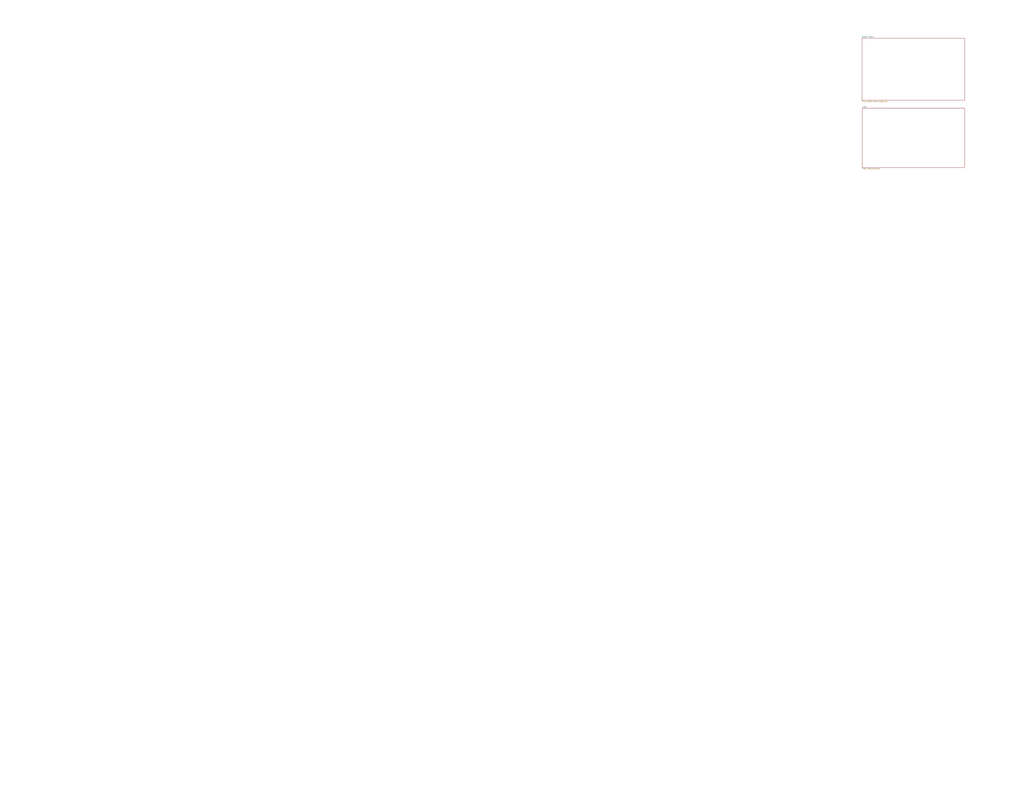
<source format=kicad_sch>
(kicad_sch
	(version 20231120)
	(generator "eeschema")
	(generator_version "8.0")
	(uuid "059860e5-c837-4743-b363-165896827f43")
	(paper "E")
	(lib_symbols)
	(sheet
		(at 941.07 118.11)
		(size 111.76 64.77)
		(fields_autoplaced yes)
		(stroke
			(width 0.1524)
			(type solid)
		)
		(fill
			(color 0 0 0 0.0000)
		)
		(uuid "12c85e21-aafd-4bb6-8b48-fce2ee0da547")
		(property "Sheetname" "LEDs"
			(at 941.07 117.3984 0)
			(effects
				(font
					(size 1.27 1.27)
				)
				(justify left bottom)
			)
		)
		(property "Sheetfile" "LEDs.kicad_sch"
			(at 941.07 183.4646 0)
			(effects
				(font
					(size 1.27 1.27)
				)
				(justify left top)
			)
		)
		(instances
			(project "Keyboard"
				(path "/059860e5-c837-4743-b363-165896827f43"
					(page "3")
				)
			)
		)
	)
	(sheet
		(at 940.816 41.656)
		(size 112.014 67.818)
		(fields_autoplaced yes)
		(stroke
			(width 0.1524)
			(type solid)
		)
		(fill
			(color 0 0 0 0.0000)
		)
		(uuid "95f59cca-1a8f-4652-b892-a548eed558a8")
		(property "Sheetname" "Switch Matrix"
			(at 940.816 40.9444 0)
			(effects
				(font
					(size 1.27 1.27)
				)
				(justify left bottom)
			)
		)
		(property "Sheetfile" "switch_matrix.kicad_sch"
			(at 940.816 110.0586 0)
			(effects
				(font
					(size 1.27 1.27)
				)
				(justify left top)
			)
		)
		(instances
			(project "Keyboard"
				(path "/059860e5-c837-4743-b363-165896827f43"
					(page "2")
				)
			)
		)
	)
	(sheet_instances
		(path "/"
			(page "1")
		)
	)
)

</source>
